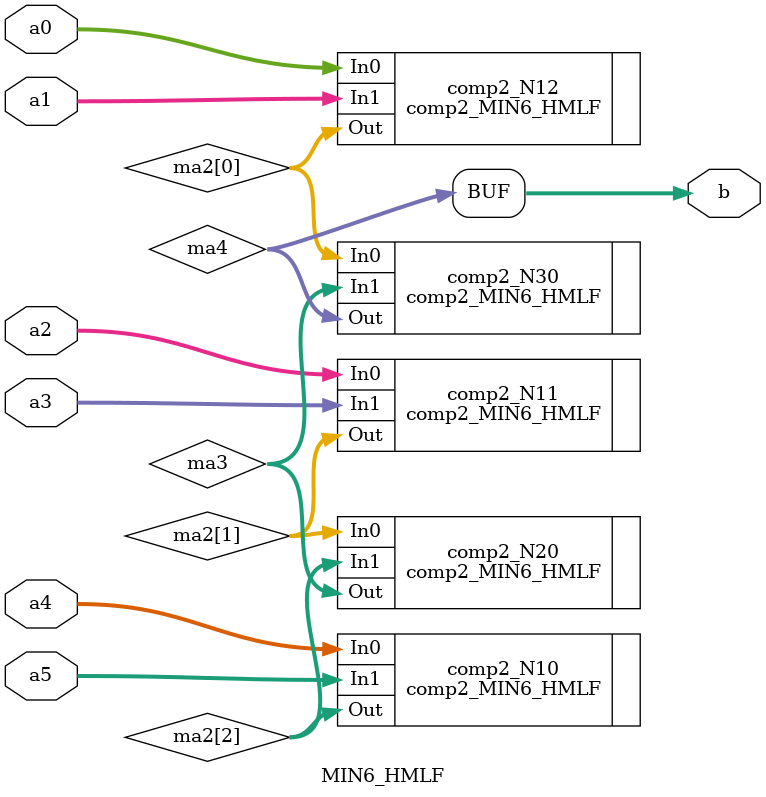
<source format=v>

module MIN6_HMLF(a5,a4,a3,a2,a1,a0,b);

//--------------------------------
// a5-a0 : Input unsorted Vector;
// b     : Output min value;
//--------------------------------

input wire signed  [5:0] a5,a4,a3,a2,a1,a0;
output wire signed [5:0] b;

wire signed [5:0] ma2 [2:0];
wire signed [5:0] ma3;
wire signed [5:0] ma4;

// Depth=1
comp2_MIN6_HMLF comp2_N10(.In1(a5), .In0(a4), .Out(ma2[2])); //(5,4)
comp2_MIN6_HMLF comp2_N11(.In1(a3), .In0(a2), .Out(ma2[1])); //(3,2)
comp2_MIN6_HMLF comp2_N12(.In1(a1), .In0(a0), .Out(ma2[0])); //(1,0)

// Depth=2
comp2_MIN6_HMLF comp2_N20(.In1(ma2[2]),.In0(ma2[1]),.Out(ma3));

// Depth=3
comp2_MIN6_HMLF comp2_N30(.In1(ma3),.In0(ma2[0]),.Out(ma4));

// Output
assign b=ma4;

endmodule
</source>
